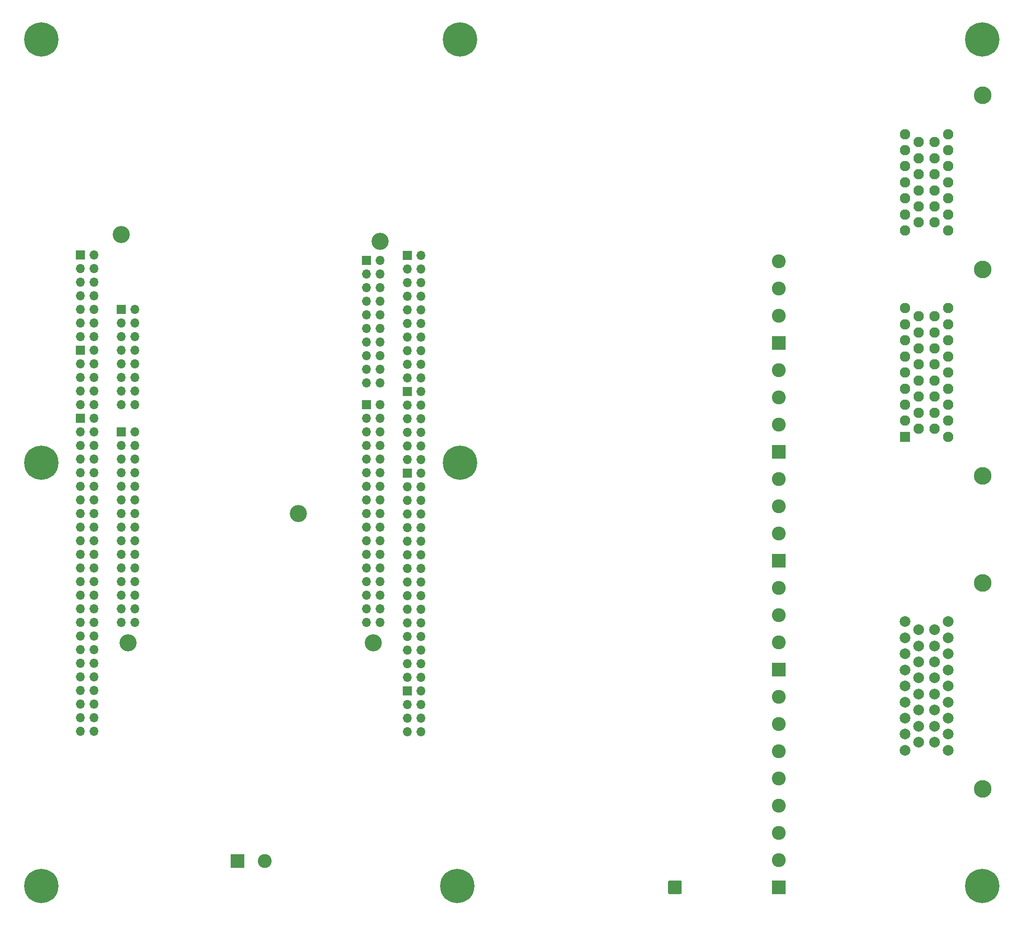
<source format=gbs>
G04 #@! TF.GenerationSoftware,KiCad,Pcbnew,7.0.7-7.0.7~ubuntu22.04.1*
G04 #@! TF.CreationDate,2023-08-24T03:22:38+00:00*
G04 #@! TF.ProjectId,digital_inputs,64696769-7461-46c5-9f69-6e707574732e,rev?*
G04 #@! TF.SameCoordinates,PX791ddc0PYca2dd00*
G04 #@! TF.FileFunction,Soldermask,Bot*
G04 #@! TF.FilePolarity,Negative*
%FSLAX46Y46*%
G04 Gerber Fmt 4.6, Leading zero omitted, Abs format (unit mm)*
G04 Created by KiCad (PCBNEW 7.0.7-7.0.7~ubuntu22.04.1) date 2023-08-24 03:22:38*
%MOMM*%
%LPD*%
G01*
G04 APERTURE LIST*
%ADD10C,0.800000*%
%ADD11C,6.400000*%
%ADD12C,3.300000*%
%ADD13R,1.950000X1.950000*%
%ADD14C,1.950000*%
%ADD15R,1.700000X1.700000*%
%ADD16O,1.700000X1.700000*%
%ADD17R,2.600000X2.600000*%
%ADD18C,2.600000*%
%ADD19C,3.200000*%
%ADD20C,2.000000*%
G04 APERTURE END LIST*
D10*
G04 #@! TO.C,J12*
X78600000Y3500000D03*
X79302944Y5197056D03*
X79302944Y1802944D03*
X81000000Y5900000D03*
D11*
X81000000Y3500000D03*
D10*
X81000000Y1100000D03*
X82697056Y5197056D03*
X82697056Y1802944D03*
X83400000Y3500000D03*
G04 #@! TD*
D12*
G04 #@! TO.C,J19*
X179000000Y151050000D03*
X179000000Y118550000D03*
X179000000Y80050000D03*
D13*
X164500000Y87300000D03*
D14*
X164500000Y90300000D03*
X164500000Y93300000D03*
X164500000Y96300000D03*
X164500000Y99300000D03*
X164500000Y102300000D03*
X164500000Y105300000D03*
X164500000Y108300000D03*
X164500000Y111300000D03*
X167000000Y88800000D03*
X167000000Y91800000D03*
X167000000Y94800000D03*
X167000000Y97800000D03*
X167000000Y100800000D03*
X167000000Y103800000D03*
X167000000Y106800000D03*
X167000000Y109800000D03*
X170000000Y88800000D03*
X170000000Y91800000D03*
X170000000Y94800000D03*
X170000000Y97800000D03*
X170000000Y100800000D03*
X170000000Y103800000D03*
X170000000Y106800000D03*
X170000000Y109800000D03*
X172500000Y87300000D03*
X172500000Y90300000D03*
X172500000Y93300000D03*
X172500000Y96300000D03*
X172500000Y99300000D03*
X172500000Y102300000D03*
X172500000Y105300000D03*
X172500000Y108300000D03*
X172500000Y111300000D03*
X164500000Y125800000D03*
X164500000Y128800000D03*
X164500000Y131800000D03*
X164500000Y134800000D03*
X164500000Y137800000D03*
X164500000Y140800000D03*
X164500000Y143800000D03*
X167000000Y127300000D03*
X167000000Y130300000D03*
X167000000Y133300000D03*
X167000000Y136300000D03*
X167000000Y139300000D03*
X167000000Y142300000D03*
X170000000Y127300000D03*
X170000000Y130300000D03*
X170000000Y133300000D03*
X170000000Y136300000D03*
X170000000Y139300000D03*
X170000000Y142300000D03*
X172500000Y125800000D03*
X172500000Y128800000D03*
X172500000Y131800000D03*
X172500000Y134800000D03*
X172500000Y137800000D03*
X172500000Y140800000D03*
X172500000Y143800000D03*
G04 #@! TD*
D15*
G04 #@! TO.C,J23*
X64090000Y120184000D03*
D16*
X66630000Y120184000D03*
X64090000Y117644000D03*
X66630000Y117644000D03*
X64090000Y115104000D03*
X66630000Y115104000D03*
X64090000Y112564000D03*
X66630000Y112564000D03*
X64090000Y110024000D03*
X66630000Y110024000D03*
X64090000Y107484000D03*
X66630000Y107484000D03*
X64090000Y104944000D03*
X66630000Y104944000D03*
X64090000Y102404000D03*
X66630000Y102404000D03*
X64090000Y99864000D03*
X66630000Y99864000D03*
X64090000Y97324000D03*
X66630000Y97324000D03*
G04 #@! TD*
D15*
G04 #@! TO.C,J20*
X10750000Y90720000D03*
D16*
X13290000Y90720000D03*
X10750000Y88180000D03*
X13290000Y88180000D03*
X10750000Y85640000D03*
X13290000Y85640000D03*
X10750000Y83100000D03*
X13290000Y83100000D03*
X10750000Y80560000D03*
X13290000Y80560000D03*
X10750000Y78020000D03*
X13290000Y78020000D03*
X10750000Y75480000D03*
X13290000Y75480000D03*
X10750000Y72940000D03*
X13290000Y72940000D03*
X10750000Y70400000D03*
X13290000Y70400000D03*
X10750000Y67860000D03*
X13290000Y67860000D03*
X10750000Y65320000D03*
X13290000Y65320000D03*
X10750000Y62780000D03*
X13290000Y62780000D03*
X10750000Y60240000D03*
X13290000Y60240000D03*
X10750000Y57700000D03*
X13290000Y57700000D03*
X10750000Y55160000D03*
X13290000Y55160000D03*
X10750000Y52620000D03*
X13290000Y52620000D03*
X10750000Y50080000D03*
X13290000Y50080000D03*
X10750000Y47540000D03*
X13290000Y47540000D03*
X10750000Y45000000D03*
X13290000Y45000000D03*
X10750000Y42460000D03*
X13290000Y42460000D03*
X10750000Y39920000D03*
X13290000Y39920000D03*
X10750000Y37380000D03*
X13290000Y37380000D03*
X10750000Y34840000D03*
X13290000Y34840000D03*
X10750000Y32300000D03*
X13290000Y32300000D03*
G04 #@! TD*
D17*
G04 #@! TO.C,J6*
X140925000Y64180000D03*
D18*
X140925000Y69260000D03*
X140925000Y74340000D03*
X140925000Y79420000D03*
G04 #@! TD*
D19*
G04 #@! TO.C,H2*
X66630000Y123740000D03*
G04 #@! TD*
D17*
G04 #@! TO.C,J5*
X40005000Y8165000D03*
D18*
X45085000Y8165000D03*
G04 #@! TD*
D15*
G04 #@! TO.C,J22*
X18370000Y88180000D03*
D16*
X20910000Y88180000D03*
X18370000Y85640000D03*
X20910000Y85640000D03*
X18370000Y83100000D03*
X20910000Y83100000D03*
X18370000Y80560000D03*
X20910000Y80560000D03*
X18370000Y78020000D03*
X20910000Y78020000D03*
X18370000Y75480000D03*
X20910000Y75480000D03*
X18370000Y72940000D03*
X20910000Y72940000D03*
X18370000Y70400000D03*
X20910000Y70400000D03*
X18370000Y67860000D03*
X20910000Y67860000D03*
X18370000Y65320000D03*
X20910000Y65320000D03*
X18370000Y62780000D03*
X20910000Y62780000D03*
X18370000Y60240000D03*
X20910000Y60240000D03*
X18370000Y57700000D03*
X20910000Y57700000D03*
X18370000Y55160000D03*
X20910000Y55160000D03*
X18370000Y52620000D03*
X20910000Y52620000D03*
G04 #@! TD*
D15*
G04 #@! TO.C,J27*
X71710000Y80540000D03*
D16*
X74250000Y80540000D03*
X71710000Y78000000D03*
X74250000Y78000000D03*
X71710000Y75460000D03*
X74250000Y75460000D03*
X71710000Y72920000D03*
X74250000Y72920000D03*
X71710000Y70380000D03*
X74250000Y70380000D03*
X71710000Y67840000D03*
X74250000Y67840000D03*
X71710000Y65300000D03*
X74250000Y65300000D03*
X71710000Y62760000D03*
X74250000Y62760000D03*
X71710000Y60220000D03*
X74250000Y60220000D03*
X71710000Y57680000D03*
X74250000Y57680000D03*
X71710000Y55140000D03*
X74250000Y55140000D03*
X71710000Y52600000D03*
X74250000Y52600000D03*
X71710000Y50060000D03*
X74250000Y50060000D03*
X71710000Y47520000D03*
X74250000Y47520000D03*
X71710000Y44980000D03*
X74250000Y44980000D03*
X71710000Y42440000D03*
X74250000Y42440000D03*
G04 #@! TD*
D19*
G04 #@! TO.C,H5*
X65360000Y48810000D03*
G04 #@! TD*
D10*
G04 #@! TO.C,J10*
X79100000Y82500000D03*
X79802944Y84197056D03*
X79802944Y80802944D03*
X81500000Y84900000D03*
D11*
X81500000Y82500000D03*
D10*
X81500000Y80100000D03*
X83197056Y84197056D03*
X83197056Y80802944D03*
X83900000Y82500000D03*
G04 #@! TD*
D15*
G04 #@! TO.C,J21*
X18370000Y111040000D03*
D16*
X20910000Y111040000D03*
X18370000Y108500000D03*
X20910000Y108500000D03*
X18370000Y105960000D03*
X20910000Y105960000D03*
X18370000Y103420000D03*
X20910000Y103420000D03*
X18370000Y100880000D03*
X20910000Y100880000D03*
X18370000Y98340000D03*
X20910000Y98340000D03*
X18370000Y95800000D03*
X20910000Y95800000D03*
X18370000Y93260000D03*
X20910000Y93260000D03*
G04 #@! TD*
D17*
G04 #@! TO.C,J7*
X140925000Y84500000D03*
D18*
X140925000Y89580000D03*
X140925000Y94660000D03*
X140925000Y99740000D03*
G04 #@! TD*
D17*
G04 #@! TO.C,J8*
X140925000Y104820000D03*
D18*
X140925000Y109900000D03*
X140925000Y114980000D03*
X140925000Y120060000D03*
G04 #@! TD*
D17*
G04 #@! TO.C,J3*
X140925000Y3220000D03*
D18*
X140925000Y8300000D03*
X140925000Y13380000D03*
X140925000Y18460000D03*
X140925000Y23540000D03*
X140925000Y28620000D03*
X140925000Y33700000D03*
X140925000Y38780000D03*
G04 #@! TD*
D10*
G04 #@! TO.C,J16*
X176514214Y3500000D03*
X177217158Y5197056D03*
X177217158Y1802944D03*
X178914214Y5900000D03*
D11*
X178914214Y3500000D03*
D10*
X178914214Y1100000D03*
X180611270Y5197056D03*
X180611270Y1802944D03*
X181314214Y3500000D03*
G04 #@! TD*
G04 #@! TO.C,J11*
X176514214Y161500000D03*
X177217158Y163197056D03*
X177217158Y159802944D03*
X178914214Y163900000D03*
D11*
X178914214Y161500000D03*
D10*
X178914214Y159100000D03*
X180611270Y163197056D03*
X180611270Y159802944D03*
X181314214Y161500000D03*
G04 #@! TD*
G04 #@! TO.C,J13*
X1100000Y161500000D03*
X1802944Y163197056D03*
X1802944Y159802944D03*
X3500000Y163900000D03*
D11*
X3500000Y161500000D03*
D10*
X3500000Y159100000D03*
X5197056Y163197056D03*
X5197056Y159802944D03*
X5900000Y161500000D03*
G04 #@! TD*
D15*
G04 #@! TO.C,J18*
X10750000Y103420000D03*
D16*
X13290000Y103420000D03*
X10750000Y100880000D03*
X13290000Y100880000D03*
X10750000Y98340000D03*
X13290000Y98340000D03*
X10750000Y95800000D03*
X13290000Y95800000D03*
X10750000Y93260000D03*
X13290000Y93260000D03*
G04 #@! TD*
D10*
G04 #@! TO.C,J14*
X79100000Y161500000D03*
X79802944Y163197056D03*
X79802944Y159802944D03*
X81500000Y163900000D03*
D11*
X81500000Y161500000D03*
D10*
X81500000Y159100000D03*
X83197056Y163197056D03*
X83197056Y159802944D03*
X83900000Y161500000D03*
G04 #@! TD*
D15*
G04 #@! TO.C,J25*
X71710000Y121180000D03*
D16*
X74250000Y121180000D03*
X71710000Y118640000D03*
X74250000Y118640000D03*
X71710000Y116100000D03*
X74250000Y116100000D03*
X71710000Y113560000D03*
X74250000Y113560000D03*
X71710000Y111020000D03*
X74250000Y111020000D03*
X71710000Y108480000D03*
X74250000Y108480000D03*
X71710000Y105940000D03*
X74250000Y105940000D03*
X71710000Y103400000D03*
X74250000Y103400000D03*
X71710000Y100860000D03*
X74250000Y100860000D03*
X71710000Y98320000D03*
X74250000Y98320000D03*
G04 #@! TD*
D19*
G04 #@! TO.C,H3*
X51390000Y72940000D03*
G04 #@! TD*
G04 #@! TO.C,J4*
G36*
G01*
X120305000Y2194999D02*
X120305000Y4245001D01*
G75*
G02*
X120554999Y4495000I249999J0D01*
G01*
X122605001Y4495000D01*
G75*
G02*
X122855000Y4245001I0J-249999D01*
G01*
X122855000Y2194999D01*
G75*
G02*
X122605001Y1945000I-249999J0D01*
G01*
X120554999Y1945000D01*
G75*
G02*
X120305000Y2194999I0J249999D01*
G01*
G37*
G04 #@! TD*
D15*
G04 #@! TO.C,J28*
X71710000Y39900000D03*
D16*
X74250000Y39900000D03*
X71710000Y37360000D03*
X74250000Y37360000D03*
X71710000Y34820000D03*
X74250000Y34820000D03*
X71710000Y32280000D03*
X74250000Y32280000D03*
G04 #@! TD*
D15*
G04 #@! TO.C,J24*
X64090000Y93260000D03*
D16*
X66630000Y93260000D03*
X64090000Y90720000D03*
X66630000Y90720000D03*
X64090000Y88180000D03*
X66630000Y88180000D03*
X64090000Y85640000D03*
X66630000Y85640000D03*
X64090000Y83100000D03*
X66630000Y83100000D03*
X64090000Y80560000D03*
X66630000Y80560000D03*
X64090000Y78020000D03*
X66630000Y78020000D03*
X64090000Y75480000D03*
X66630000Y75480000D03*
X64090000Y72940000D03*
X66630000Y72940000D03*
X64090000Y70400000D03*
X66630000Y70400000D03*
X64090000Y67860000D03*
X66630000Y67860000D03*
X64090000Y65320000D03*
X66630000Y65320000D03*
X64090000Y62780000D03*
X66630000Y62780000D03*
X64090000Y60240000D03*
X66630000Y60240000D03*
X64090000Y57700000D03*
X66630000Y57700000D03*
X64090000Y55160000D03*
X66630000Y55160000D03*
X64090000Y52620000D03*
X66630000Y52620000D03*
G04 #@! TD*
D15*
G04 #@! TO.C,J2*
X10750000Y121200000D03*
D16*
X13290000Y121200000D03*
X10750000Y118660000D03*
X13290000Y118660000D03*
X10750000Y116120000D03*
X13290000Y116120000D03*
X10750000Y113580000D03*
X13290000Y113580000D03*
X10750000Y111040000D03*
X13290000Y111040000D03*
X10750000Y108500000D03*
X13290000Y108500000D03*
X10750000Y105960000D03*
X13290000Y105960000D03*
G04 #@! TD*
D19*
G04 #@! TO.C,H4*
X19640000Y48810000D03*
G04 #@! TD*
D10*
G04 #@! TO.C,J17*
X1100000Y3500000D03*
X1802944Y5197056D03*
X1802944Y1802944D03*
X3500000Y5900000D03*
D11*
X3500000Y3500000D03*
D10*
X3500000Y1100000D03*
X5197056Y5197056D03*
X5197056Y1802944D03*
X5900000Y3500000D03*
G04 #@! TD*
D15*
G04 #@! TO.C,J26*
X71710000Y95780000D03*
D16*
X74250000Y95780000D03*
X71710000Y93240000D03*
X74250000Y93240000D03*
X71710000Y90700000D03*
X74250000Y90700000D03*
X71710000Y88160000D03*
X74250000Y88160000D03*
X71710000Y85620000D03*
X74250000Y85620000D03*
X71710000Y83080000D03*
X74250000Y83080000D03*
G04 #@! TD*
D10*
G04 #@! TO.C,J15*
X1100000Y82500000D03*
X1802944Y84197056D03*
X1802944Y80802944D03*
X3500000Y84900000D03*
D11*
X3500000Y82500000D03*
D10*
X3500000Y80100000D03*
X5197056Y84197056D03*
X5197056Y80802944D03*
X5900000Y82500000D03*
G04 #@! TD*
D12*
G04 #@! TO.C,J1*
X179000000Y21550000D03*
X179000000Y60050000D03*
D20*
X164500000Y28800000D03*
X164500000Y31800000D03*
X164500000Y34800000D03*
X164500000Y37800000D03*
X164500000Y40800000D03*
X164500000Y43800000D03*
X164500000Y46800000D03*
X164500000Y49800000D03*
X164500000Y52800000D03*
X167000000Y30300000D03*
X167000000Y33300000D03*
X167000000Y36300000D03*
X167000000Y39300000D03*
X167000000Y42300000D03*
X167000000Y45300000D03*
X167000000Y48300000D03*
X167000000Y51300000D03*
X170000000Y30300000D03*
X170000000Y33300000D03*
X170000000Y36300000D03*
X170000000Y39300000D03*
X170000000Y42300000D03*
X170000000Y45300000D03*
X170000000Y48300000D03*
X170000000Y51300000D03*
X172500000Y28800000D03*
X172500000Y31800000D03*
X172500000Y34800000D03*
X172500000Y37800000D03*
X172500000Y40800000D03*
X172500000Y43800000D03*
X172500000Y46800000D03*
X172500000Y49800000D03*
X172500000Y52800000D03*
G04 #@! TD*
D17*
G04 #@! TO.C,J9*
X140925000Y43860000D03*
D18*
X140925000Y48940000D03*
X140925000Y54020000D03*
X140925000Y59100000D03*
G04 #@! TD*
D19*
G04 #@! TO.C,H1*
X18370000Y125010000D03*
G04 #@! TD*
M02*

</source>
